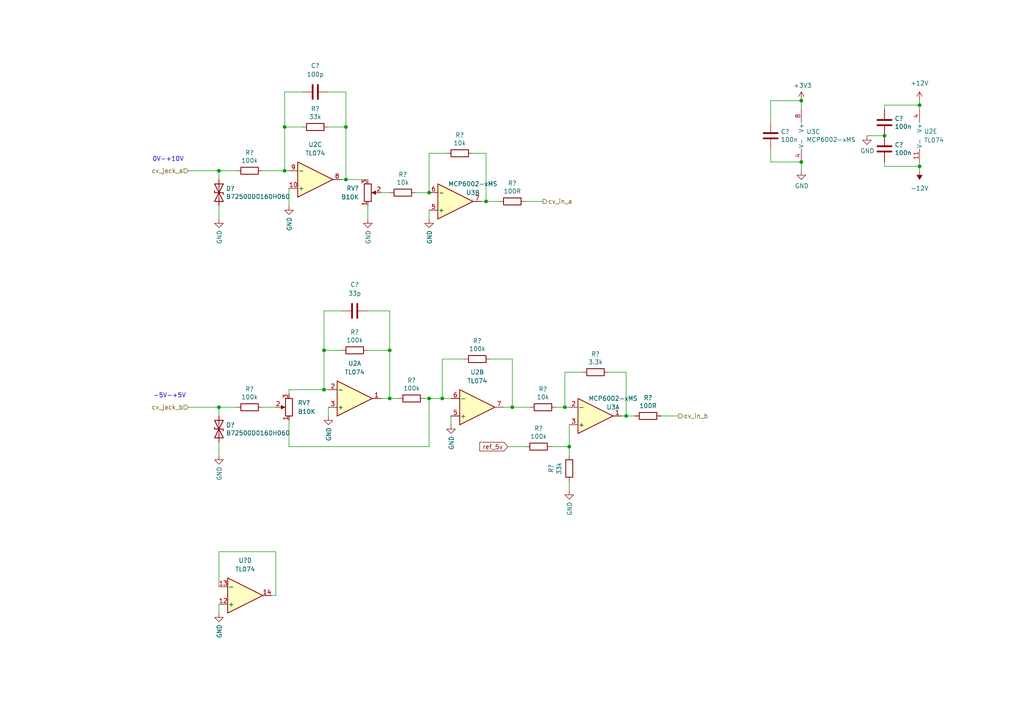
<source format=kicad_sch>
(kicad_sch (version 20211123) (generator eeschema)
  (paper "A4")
  (lib_symbols
    (symbol "Amplifier_Operational:MCP6002-xMS" (pin_names (offset 0.127))
      (property "Reference" "U" (at 0 5.08 0))
      (property "Value" "MCP6002-xMS" (at 0 -5.08 0))
      (symbol "MCP6002-xMS_1_1"
        (polyline (pts (xy -5.08 5.08) (xy 5.08 0) (xy -5.08 -5.08) (xy -5.08 5.08)) (stroke (width 0.254)) (fill (type background)))
        (pin output line (at 7.62 0 180) (length 2.54) (name "~") (number "1"))
        (pin input line (at -7.62 -2.54 0) (length 2.54) (name "-") (number "2"))
        (pin input line (at -7.62 2.54 0) (length 2.54) (name "+") (number "3"))
      )
      (symbol "MCP6002-xMS_2_1"
        (polyline (pts (xy -5.08 5.08) (xy 5.08 0) (xy -5.08 -5.08) (xy -5.08 5.08)) (stroke (width 0.254)) (fill (type background)))
        (pin input line (at -7.62 2.54 0) (length 2.54) (name "+") (number "5"))
        (pin input line (at -7.62 -2.54 0) (length 2.54) (name "-") (number "6"))
        (pin output line (at 7.62 0 180) (length 2.54) (name "~") (number "7"))
      )
      (symbol "MCP6002-xMS_3_1"
        (pin power_in line (at -2.54 -7.62 90) (length 3.81) (name "V-") (number "4"))
        (pin power_in line (at -2.54 7.62 270) (length 3.81) (name "V+") (number "8"))
      )
    )
    (symbol "Amplifier_Operational:TL074" (pin_names (offset 0.127))
      (property "Reference" "U" (at 0 5.08 0))
      (property "Value" "TL074" (at 0 -5.08 0))
      (symbol "TL074_1_1"
        (polyline (pts (xy -5.08 5.08) (xy 5.08 0) (xy -5.08 -5.08) (xy -5.08 5.08)) (stroke (width 0.254)) (fill (type background)))
        (pin output line (at 7.62 0 180) (length 2.54) (name "~") (number "1"))
        (pin input line (at -7.62 -2.54 0) (length 2.54) (name "-") (number "2"))
        (pin input line (at -7.62 2.54 0) (length 2.54) (name "+") (number "3"))
      )
      (symbol "TL074_2_1"
        (polyline (pts (xy -5.08 5.08) (xy 5.08 0) (xy -5.08 -5.08) (xy -5.08 5.08)) (stroke (width 0.254)) (fill (type background)))
        (pin input line (at -7.62 2.54 0) (length 2.54) (name "+") (number "5"))
        (pin input line (at -7.62 -2.54 0) (length 2.54) (name "-") (number "6"))
        (pin output line (at 7.62 0 180) (length 2.54) (name "~") (number "7"))
      )
      (symbol "TL074_3_1"
        (polyline (pts (xy -5.08 5.08) (xy 5.08 0) (xy -5.08 -5.08) (xy -5.08 5.08)) (stroke (width 0.254)) (fill (type background)))
        (pin input line (at -7.62 2.54 0) (length 2.54) (name "+") (number "10"))
        (pin output line (at 7.62 0 180) (length 2.54) (name "~") (number "8"))
        (pin input line (at -7.62 -2.54 0) (length 2.54) (name "-") (number "9"))
      )
      (symbol "TL074_4_1"
        (polyline (pts (xy -5.08 5.08) (xy 5.08 0) (xy -5.08 -5.08) (xy -5.08 5.08)) (stroke (width 0.254)) (fill (type background)))
        (pin input line (at -7.62 2.54 0) (length 2.54) (name "+") (number "12"))
        (pin input line (at -7.62 -2.54 0) (length 2.54) (name "-") (number "13"))
        (pin output line (at 7.62 0 180) (length 2.54) (name "~") (number "14"))
      )
      (symbol "TL074_5_1"
        (pin power_in line (at -2.54 -7.62 90) (length 3.81) (name "V-") (number "11"))
        (pin power_in line (at -2.54 7.62 270) (length 3.81) (name "V+") (number "4"))
      )
    )
    (symbol "Device:C" (pin_numbers hide) (pin_names (offset 0.254))
      (property "Reference" "C" (at 0.635 2.54 0))
      (property "Value" "C" (at 0.635 -2.54 0))
      (symbol "C_0_1"
        (polyline (pts (xy -2.032 -0.762) (xy 2.032 -0.762)) (stroke (width 0.508)))
        (polyline (pts (xy -2.032 0.762) (xy 2.032 0.762)) (stroke (width 0.508)))
      )
      (symbol "C_1_1"
        (pin passive line (at 0 3.81 270) (length 2.794) (name "~") (number "1"))
        (pin passive line (at 0 -3.81 90) (length 2.794) (name "~") (number "2"))
      )
    )
    (symbol "Device:D_TVS" (pin_numbers hide) (pin_names (offset 1.016) hide)
      (property "Reference" "D" (at 0 2.54 0))
      (property "Value" "D_TVS" (at 0 -2.54 0))
      (symbol "D_TVS_0_1"
        (polyline (pts (xy 1.27 0) (xy -1.27 0)))
        (polyline (pts (xy 0.508 1.27) (xy 0 1.27) (xy 0 -1.27) (xy -0.508 -1.27)) (stroke (width 0.254)))
        (polyline (pts (xy -2.54 1.27) (xy -2.54 -1.27) (xy 2.54 1.27) (xy 2.54 -1.27) (xy -2.54 1.27)) (stroke (width 0.254)))
      )
      (symbol "D_TVS_1_1"
        (pin passive line (at -3.81 0 0) (length 2.54) (name "A1") (number "1"))
        (pin passive line (at 3.81 0 180) (length 2.54) (name "A2") (number "2"))
      )
    )
    (symbol "Device:R" (pin_numbers hide) (pin_names (offset 0))
      (property "Reference" "R" (at 2.032 0 90))
      (property "Value" "R" (at 0 0 90))
      (symbol "R_0_1"
        (rectangle (start -1.016 -2.54) (end 1.016 2.54) (stroke (width 0.254)))
      )
      (symbol "R_1_1"
        (pin passive line (at 0 3.81 270) (length 1.27) (name "~") (number "1"))
        (pin passive line (at 0 -3.81 90) (length 1.27) (name "~") (number "2"))
      )
    )
    (symbol "Device:R_Potentiometer" (pin_names (offset 1.016) hide)
      (property "Reference" "RV" (at -4.445 0 90))
      (property "Value" "R_Potentiometer" (at -2.54 0 90))
      (symbol "R_Potentiometer_0_1"
        (polyline (pts (xy 2.54 0) (xy 1.524 0)))
        (polyline (pts (xy 1.143 0) (xy 2.286 0.508) (xy 2.286 -0.508) (xy 1.143 0)) (fill (type outline)))
        (rectangle (start 1.016 2.54) (end -1.016 -2.54) (stroke (width 0.254)))
      )
      (symbol "R_Potentiometer_1_1"
        (pin passive line (at 0 3.81 270) (length 1.27) (name "1") (number "1"))
        (pin passive line (at 3.81 0 180) (length 1.27) (name "2") (number "2"))
        (pin passive line (at 0 -3.81 90) (length 1.27) (name "3") (number "3"))
      )
    )
    (symbol "power:+12V" (power) (pin_names (offset 0))
      (property "Value" "+12V" (at 0 3.556 0))
      (symbol "+12V_0_1"
        (polyline (pts (xy -0.762 1.27) (xy 0 2.54)))
        (polyline (pts (xy 0 0) (xy 0 2.54)))
        (polyline (pts (xy 0 2.54) (xy 0.762 1.27)))
      )
      (symbol "+12V_1_1"
        (pin power_in line (at 0 0 90) (length 0) hide (name "+12V") (number "1"))
      )
    )
    (symbol "power:+3V3" (power) (pin_names (offset 0))
      (property "Value" "+3V3" (at 0 3.556 0))
      (symbol "+3V3_0_1"
        (polyline (pts (xy -0.762 1.27) (xy 0 2.54)))
        (polyline (pts (xy 0 0) (xy 0 2.54)))
        (polyline (pts (xy 0 2.54) (xy 0.762 1.27)))
      )
      (symbol "+3V3_1_1"
        (pin power_in line (at 0 0 90) (length 0) hide (name "+3V3") (number "1"))
      )
    )
    (symbol "power:-12V" (power) (pin_names (offset 0))
      (property "Value" "-12V" (at 0 3.81 0))
      (symbol "-12V_0_0"
        (pin power_in line (at 0 0 90) (length 0) hide (name "-12V") (number "1"))
      )
      (symbol "-12V_0_1"
        (polyline (pts (xy 0 0) (xy 0 1.27) (xy 0.762 1.27) (xy 0 2.54) (xy -0.762 1.27) (xy 0 1.27)) (fill (type outline)))
      )
    )
    (symbol "power:GND" (power) (pin_names (offset 0))
      (property "Value" "GND" (at 0 -3.81 0))
      (symbol "GND_0_1"
        (polyline (pts (xy 0 0) (xy 0 -1.27) (xy 1.27 -1.27) (xy 0 -2.54) (xy -1.27 -1.27) (xy 0 -1.27)))
      )
      (symbol "GND_1_1"
        (pin power_in line (at 0 0 270) (length 0) hide (name "GND") (number "1"))
      )
    )
  )
  (junction (at 232.41 46.99))
  (junction (at 165.1 129.54))
  (junction (at 100.33 36.83))
  (junction (at 266.7 30.48))
  (junction (at 93.98 113.03))
  (junction (at 82.55 49.53))
  (junction (at 63.5 49.53))
  (junction (at 128.27 115.57))
  (junction (at 113.03 101.6))
  (junction (at 82.55 36.83))
  (junction (at 124.46 55.88))
  (junction (at 140.97 58.42))
  (junction (at 163.83 118.11))
  (junction (at 181.61 120.65))
  (junction (at 256.54 39.37))
  (junction (at 63.5 118.11))
  (junction (at 232.41 29.21))
  (junction (at 124.46 115.57))
  (junction (at 100.33 52.07))
  (junction (at 93.98 101.6))
  (junction (at 113.03 115.57))
  (junction (at 266.7 48.26))
  (junction (at 148.59 118.11))
  (wire (pts (xy 99.06 52.07) (xy 100.33 52.07)))
  (wire (pts (xy 251.46 39.37) (xy 256.54 39.37)))
  (wire (pts (xy 83.82 113.03) (xy 93.98 113.03)))
  (wire (pts (xy 87.63 26.67) (xy 82.55 26.67)))
  (wire (pts (xy 95.25 118.11) (xy 95.25 120.65)))
  (wire (pts (xy 168.91 107.95) (xy 163.83 107.95)))
  (wire (pts (xy 165.1 139.7) (xy 165.1 142.24)))
  (wire (pts (xy 134.62 104.14) (xy 128.27 104.14)))
  (wire (pts (xy 76.2 118.11) (xy 80.01 118.11)))
  (wire (pts (xy 128.27 115.57) (xy 130.81 115.57)))
  (wire (pts (xy 100.33 36.83) (xy 100.33 52.07)))
  (wire (pts (xy 146.05 118.11) (xy 148.59 118.11)))
  (wire (pts (xy 148.59 104.14) (xy 148.59 118.11)))
  (wire (pts (xy 266.7 46.99) (xy 266.7 48.26)))
  (wire (pts (xy 223.52 35.56) (xy 223.52 29.21)))
  (wire (pts (xy 120.65 55.88) (xy 124.46 55.88)))
  (wire (pts (xy 152.4 58.42) (xy 157.48 58.42)))
  (wire (pts (xy 124.46 115.57) (xy 124.46 129.54)))
  (wire (pts (xy 165.1 129.54) (xy 165.1 132.08)))
  (wire (pts (xy 124.46 44.45) (xy 124.46 55.88)))
  (wire (pts (xy 80.01 160.02) (xy 80.01 172.72)))
  (wire (pts (xy 87.63 36.83) (xy 82.55 36.83)))
  (wire (pts (xy 163.83 107.95) (xy 163.83 118.11)))
  (wire (pts (xy 83.82 129.54) (xy 124.46 129.54)))
  (wire (pts (xy 232.41 46.99) (xy 232.41 49.53)))
  (wire (pts (xy 83.82 114.3) (xy 83.82 113.03)))
  (wire (pts (xy 54.61 49.53) (xy 63.5 49.53)))
  (wire (pts (xy 82.55 36.83) (xy 82.55 49.53)))
  (wire (pts (xy 266.7 48.26) (xy 266.7 49.53)))
  (wire (pts (xy 78.74 172.72) (xy 80.01 172.72)))
  (wire (pts (xy 180.34 120.65) (xy 181.61 120.65)))
  (wire (pts (xy 130.81 120.65) (xy 130.81 123.19)))
  (wire (pts (xy 82.55 26.67) (xy 82.55 36.83)))
  (wire (pts (xy 63.5 118.11) (xy 68.58 118.11)))
  (wire (pts (xy 63.5 175.26) (xy 63.5 177.8)))
  (wire (pts (xy 124.46 60.96) (xy 124.46 63.5)))
  (wire (pts (xy 82.55 49.53) (xy 83.82 49.53)))
  (wire (pts (xy 256.54 48.26) (xy 266.7 48.26)))
  (wire (pts (xy 223.52 46.99) (xy 232.41 46.99)))
  (wire (pts (xy 110.49 55.88) (xy 113.03 55.88)))
  (wire (pts (xy 256.54 31.75) (xy 256.54 30.48)))
  (wire (pts (xy 63.5 63.5) (xy 63.5 59.69)))
  (wire (pts (xy 63.5 132.08) (xy 63.5 128.27)))
  (wire (pts (xy 76.2 49.53) (xy 82.55 49.53)))
  (wire (pts (xy 256.54 30.48) (xy 266.7 30.48)))
  (wire (pts (xy 139.7 58.42) (xy 140.97 58.42)))
  (wire (pts (xy 142.24 104.14) (xy 148.59 104.14)))
  (wire (pts (xy 147.32 129.54) (xy 152.4 129.54)))
  (wire (pts (xy 163.83 118.11) (xy 165.1 118.11)))
  (wire (pts (xy 223.52 43.18) (xy 223.52 46.99)))
  (wire (pts (xy 160.02 129.54) (xy 165.1 129.54)))
  (wire (pts (xy 93.98 101.6) (xy 93.98 113.03)))
  (wire (pts (xy 140.97 44.45) (xy 140.97 58.42)))
  (wire (pts (xy 95.25 36.83) (xy 100.33 36.83)))
  (wire (pts (xy 137.16 44.45) (xy 140.97 44.45)))
  (wire (pts (xy 93.98 113.03) (xy 95.25 113.03)))
  (wire (pts (xy 176.53 107.95) (xy 181.61 107.95)))
  (wire (pts (xy 113.03 115.57) (xy 115.57 115.57)))
  (wire (pts (xy 256.54 46.99) (xy 256.54 48.26)))
  (wire (pts (xy 106.68 90.17) (xy 113.03 90.17)))
  (wire (pts (xy 129.54 44.45) (xy 124.46 44.45)))
  (wire (pts (xy 106.68 59.69) (xy 106.68 63.5)))
  (wire (pts (xy 140.97 58.42) (xy 144.78 58.42)))
  (wire (pts (xy 106.68 101.6) (xy 113.03 101.6)))
  (wire (pts (xy 148.59 118.11) (xy 153.67 118.11)))
  (wire (pts (xy 100.33 26.67) (xy 100.33 36.83)))
  (wire (pts (xy 191.77 120.65) (xy 196.85 120.65)))
  (wire (pts (xy 266.7 29.21) (xy 266.7 30.48)))
  (wire (pts (xy 93.98 101.6) (xy 93.98 90.17)))
  (wire (pts (xy 54.61 118.11) (xy 63.5 118.11)))
  (wire (pts (xy 83.82 121.92) (xy 83.82 129.54)))
  (wire (pts (xy 165.1 123.19) (xy 165.1 129.54)))
  (wire (pts (xy 110.49 115.57) (xy 113.03 115.57)))
  (wire (pts (xy 83.82 54.61) (xy 83.82 59.69)))
  (wire (pts (xy 100.33 52.07) (xy 106.68 52.07)))
  (wire (pts (xy 266.7 30.48) (xy 266.7 31.75)))
  (wire (pts (xy 63.5 160.02) (xy 80.01 160.02)))
  (wire (pts (xy 124.46 115.57) (xy 128.27 115.57)))
  (wire (pts (xy 63.5 49.53) (xy 68.58 49.53)))
  (wire (pts (xy 181.61 120.65) (xy 184.15 120.65)))
  (wire (pts (xy 63.5 170.18) (xy 63.5 160.02)))
  (wire (pts (xy 113.03 101.6) (xy 113.03 115.57)))
  (wire (pts (xy 63.5 118.11) (xy 63.5 120.65)))
  (wire (pts (xy 99.06 101.6) (xy 93.98 101.6)))
  (wire (pts (xy 181.61 107.95) (xy 181.61 120.65)))
  (wire (pts (xy 161.29 118.11) (xy 163.83 118.11)))
  (wire (pts (xy 93.98 90.17) (xy 99.06 90.17)))
  (wire (pts (xy 223.52 29.21) (xy 232.41 29.21)))
  (wire (pts (xy 95.25 26.67) (xy 100.33 26.67)))
  (wire (pts (xy 63.5 49.53) (xy 63.5 52.07)))
  (wire (pts (xy 128.27 104.14) (xy 128.27 115.57)))
  (wire (pts (xy 232.41 29.21) (xy 232.41 31.75)))
  (wire (pts (xy 123.19 115.57) (xy 124.46 115.57)))
  (wire (pts (xy 113.03 90.17) (xy 113.03 101.6)))
  (text "0V-+10V" (at 53.34 46.99 180) (effects (font (size 1.27 1.27)) (justify right bottom)))
  (text "-5V-+5V" (at 44.45 115.57 0) (effects (font (size 1.27 1.27)) (justify left bottom)))
  (global_label "ref_5v" (shape input) (at 147.32 129.54 180) (property "Intersheet References" "${INTERSHEET_REFS}" (effects hide)))
  (hierarchical_label "cv_jack_b" (shape input) (at 54.61 118.11 180))
  (hierarchical_label "cv_in_a" (shape output) (at 157.48 58.42 0))
  (hierarchical_label "cv_in_b" (shape output) (at 196.85 120.65 0))
  (hierarchical_label "cv_jack_a" (shape input) (at 54.61 49.53 180))
  (symbol (lib_id "Amplifier_Operational:MCP6002-xMS") (at 172.72 120.65 0) (mirror x) (unit 1)
    (property "Reference" "U3" (at 177.8 118.11 0))
    (property "Value" "MCP6002-xMS" (at 177.8 115.57 0))
    (property "Footprint" "Package_SO:SOIC-8_3.9x4.9mm_P1.27mm" (effects hide))
    (property "Datasheet" "http://ww1.microchip.com/downloads/en/DeviceDoc/21733j.pdf" (effects hide))
    (property "LCSC Part #" "C7377" (effects hide))
    (property "LCSC" "C7377" (effects hide))
  )
  (symbol (lib_id "Amplifier_Operational:MCP6002-xMS") (at 234.95 39.37 0) (unit 3)
    (property "Reference" "U3" (at 233.8832 38.2016 0) (effects (justify left)))
    (property "Value" "MCP6002-xMS" (at 233.8832 40.513 0) (effects (justify left)))
    (property "Footprint" "Package_SO:SOIC-8_3.9x4.9mm_P1.27mm" (effects hide))
    (property "Datasheet" "http://ww1.microchip.com/downloads/en/DeviceDoc/21733j.pdf" (effects hide))
    (property "LCSC Part #" "C7377" (effects hide))
    (property "LCSC" "C7377" (effects hide))
  )
  (symbol (lib_id "power:GND") (at 232.41 49.53 0) (unit 1)
    (property "Reference" "#PWR?" (effects hide))
    (property "Value" "GND" (at 232.537 53.9242 0))
  )
  (symbol (lib_id "Device:C") (at 223.52 39.37 0) (unit 1)
    (property "Reference" "C?" (at 226.441 38.2016 0) (effects (justify left)))
    (property "Value" "100n" (at 226.441 40.513 0) (effects (justify left)))
    (property "Footprint" "Capacitor_SMD:C_0603_1608Metric" (effects hide))
    (property "LCSC Part #" "C14663" (effects hide))
    (property "LCSC" "C14663" (effects hide))
  )
  (symbol (lib_id "power:+3V3") (at 232.41 29.21 0) (unit 1)
    (property "Reference" "#PWR?" (effects hide))
    (property "Value" "+3V3" (at 232.791 24.8158 0))
  )
  (symbol (lib_id "Device:D_TVS") (at 63.5 124.46 270) (unit 1)
    (property "Reference" "D?" (at 65.532 123.2916 90) (effects (justify left)))
    (property "Value" "B72500D0160H060" (at 65.532 125.603 90) (effects (justify left)))
    (property "Footprint" "Diode_SMD:D_0603_1608Metric" (effects hide))
    (property "Datasheet" "https://product.tdk.com/info/en/documents/data_sheet/75/ds/High_speed_series.pdf" (effects hide))
    (property "LCSC Part #" "C210791" (effects hide))
    (property "LCSC" "C210791" (effects hide))
  )
  (symbol (lib_id "power:GND") (at 63.5 132.08 0) (unit 1)
    (property "Reference" "#PWR?" (effects hide))
    (property "Value" "GND" (at 63.627 135.3312 90) (effects (justify right)))
  )
  (symbol (lib_id "Device:R") (at 187.96 120.65 270) (unit 1)
    (property "Reference" "R?" (at 187.96 115.3922 90))
    (property "Value" "100R" (at 187.96 117.7036 90))
    (property "Footprint" "Resistor_SMD:R_0603_1608Metric" (effects hide))
    (property "LCSC Part #" "C22775" (effects hide))
    (property "LCSC" "C22775" (effects hide))
  )
  (symbol (lib_id "Device:D_TVS") (at 63.5 55.88 270) (unit 1)
    (property "Reference" "D?" (at 65.532 54.7116 90) (effects (justify left)))
    (property "Value" "B72500D0160H060" (at 65.532 57.023 90) (effects (justify left)))
    (property "Footprint" "Diode_SMD:D_0603_1608Metric" (effects hide))
    (property "Datasheet" "https://product.tdk.com/info/en/documents/data_sheet/75/ds/High_speed_series.pdf" (effects hide))
    (property "LCSC Part #" "C210791" (effects hide))
    (property "LCSC" "C210791" (effects hide))
  )
  (symbol (lib_id "power:GND") (at 63.5 63.5 0) (unit 1)
    (property "Reference" "#PWR?" (effects hide))
    (property "Value" "GND" (at 63.627 66.7512 90) (effects (justify right)))
  )
  (symbol (lib_id "Device:R") (at 156.21 129.54 270) (unit 1)
    (property "Reference" "R?" (at 156.21 124.2822 90))
    (property "Value" "100k" (at 156.21 126.5936 90))
    (property "Footprint" "Resistor_SMD:R_0603_1608Metric" (effects hide))
  )
  (symbol (lib_id "power:GND") (at 95.25 120.65 0) (unit 1)
    (property "Reference" "#PWR?" (effects hide))
    (property "Value" "GND" (at 95.377 123.9012 90) (effects (justify right)))
  )
  (symbol (lib_id "Device:R") (at 119.38 115.57 270) (unit 1)
    (property "Reference" "R?" (at 119.38 110.3122 90))
    (property "Value" "100k" (at 119.38 112.6236 90))
    (property "Footprint" "Resistor_SMD:R_0603_1608Metric" (effects hide))
  )
  (symbol (lib_id "Device:R") (at 102.87 101.6 270) (unit 1)
    (property "Reference" "R?" (at 102.87 96.3422 90))
    (property "Value" "100k" (at 102.87 98.6536 90))
    (property "Footprint" "Resistor_SMD:R_0603_1608Metric" (effects hide))
  )
  (symbol (lib_id "Amplifier_Operational:TL074") (at 138.43 118.11 0) (mirror x) (unit 2)
    (property "Reference" "U2" (at 138.43 107.95 0))
    (property "Value" "TL074" (at 138.43 110.49 0))
    (property "Datasheet" "http://www.ti.com/lit/ds/symlink/tl071.pdf" (effects hide))
  )
  (symbol (lib_id "Device:C") (at 102.87 90.17 90) (unit 1)
    (property "Reference" "C?" (at 102.87 82.55 90))
    (property "Value" "33p" (at 102.87 85.09 90))
  )
  (symbol (lib_id "Device:R") (at 72.39 118.11 270) (unit 1)
    (property "Reference" "R?" (at 72.39 112.8522 90))
    (property "Value" "100k" (at 72.39 115.1636 90))
    (property "Footprint" "Resistor_SMD:R_0603_1608Metric" (effects hide))
  )
  (symbol (lib_id "power:GND") (at 251.46 39.37 0) (unit 1)
    (property "Reference" "#PWR?" (effects hide))
    (property "Value" "GND" (at 251.587 43.7642 0))
  )
  (symbol (lib_id "power:+12V") (at 266.7 29.21 0) (unit 1)
    (property "Reference" "#PWR?" (effects hide))
    (property "Value" "+12V" (at 266.7 24.13 0))
  )
  (symbol (lib_id "Device:R") (at 138.43 104.14 270) (unit 1)
    (property "Reference" "R?" (at 138.43 98.8822 90))
    (property "Value" "100k" (at 138.43 101.1936 90))
    (property "Footprint" "Resistor_SMD:R_0603_1608Metric" (effects hide))
  )
  (symbol (lib_id "power:GND") (at 83.82 59.69 0) (unit 1)
    (property "Reference" "#PWR?" (effects hide))
    (property "Value" "GND" (at 83.947 62.9412 90) (effects (justify right)))
  )
  (symbol (lib_id "Amplifier_Operational:TL074") (at 269.24 39.37 0) (unit 5)
    (property "Reference" "U2" (at 267.97 38.0999 0) (effects (justify left)))
    (property "Value" "TL074" (at 267.97 40.6399 0) (effects (justify left)))
    (property "Datasheet" "http://www.ti.com/lit/ds/symlink/tl071.pdf" (effects hide))
  )
  (symbol (lib_id "Device:R") (at 116.84 55.88 270) (unit 1)
    (property "Reference" "R?" (at 116.84 50.6222 90))
    (property "Value" "10k" (at 116.84 52.9336 90))
    (property "Footprint" "Resistor_SMD:R_0603_1608Metric" (effects hide))
  )
  (symbol (lib_id "Device:R") (at 172.72 107.95 270) (unit 1)
    (property "Reference" "R?" (at 172.72 102.6922 90))
    (property "Value" "3.3k" (at 172.72 105.0036 90))
    (property "Footprint" "Resistor_SMD:R_0603_1608Metric" (effects hide))
  )
  (symbol (lib_id "Device:R") (at 133.35 44.45 270) (unit 1)
    (property "Reference" "R?" (at 133.35 39.1922 90))
    (property "Value" "10k" (at 133.35 41.5036 90))
    (property "Footprint" "Resistor_SMD:R_0603_1608Metric" (effects hide))
  )
  (symbol (lib_id "power:GND") (at 130.81 123.19 0) (unit 1)
    (property "Reference" "#PWR?" (effects hide))
    (property "Value" "GND" (at 130.937 126.4412 90) (effects (justify right)))
  )
  (symbol (lib_id "Device:R_Potentiometer") (at 83.82 118.11 180) (unit 1)
    (property "Reference" "RV?" (at 86.36 116.8399 0) (effects (justify right)))
    (property "Value" "B10K" (at 86.36 119.3799 0) (effects (justify right)))
  )
  (symbol (lib_id "Device:R") (at 91.44 36.83 270) (unit 1)
    (property "Reference" "R?" (at 91.44 31.5722 90))
    (property "Value" "33k" (at 91.44 33.8836 90))
    (property "Footprint" "Resistor_SMD:R_0603_1608Metric" (effects hide))
  )
  (symbol (lib_id "Amplifier_Operational:TL074") (at 91.44 52.07 0) (mirror x) (unit 3)
    (property "Reference" "U2" (at 91.44 41.91 0))
    (property "Value" "TL074" (at 91.44 44.45 0))
    (property "Datasheet" "http://www.ti.com/lit/ds/symlink/tl071.pdf" (effects hide))
  )
  (symbol (lib_id "Device:R") (at 157.48 118.11 270) (unit 1)
    (property "Reference" "R?" (at 157.48 112.8522 90))
    (property "Value" "10k" (at 157.48 115.1636 90))
    (property "Footprint" "Resistor_SMD:R_0603_1608Metric" (effects hide))
  )
  (symbol (lib_id "power:-12V") (at 266.7 49.53 180) (unit 1)
    (property "Reference" "#PWR?" (effects hide))
    (property "Value" "-12V" (at 266.7 54.61 0))
  )
  (symbol (lib_id "power:GND") (at 124.46 63.5 0) (unit 1)
    (property "Reference" "#PWR?" (effects hide))
    (property "Value" "GND" (at 124.587 66.7512 90) (effects (justify right)))
  )
  (symbol (lib_id "Device:R") (at 165.1 135.89 0) (unit 1)
    (property "Reference" "R?" (at 159.8422 135.89 90))
    (property "Value" "33k" (at 162.1536 135.89 90))
    (property "Footprint" "Resistor_SMD:R_0603_1608Metric" (effects hide))
  )
  (symbol (lib_id "Amplifier_Operational:TL074") (at 71.12 172.72 0) (mirror x) (unit 4)
    (property "Reference" "U?" (at 71.12 162.56 0))
    (property "Value" "TL074" (at 71.12 165.1 0))
    (property "Datasheet" "http://www.ti.com/lit/ds/symlink/tl071.pdf" (effects hide))
  )
  (symbol (lib_id "power:GND") (at 63.5 177.8 0) (unit 1)
    (property "Reference" "#PWR?" (effects hide))
    (property "Value" "GND" (at 63.627 181.0512 90) (effects (justify right)))
  )
  (symbol (lib_id "power:GND") (at 106.68 63.5 0) (unit 1)
    (property "Reference" "#PWR?" (effects hide))
    (property "Value" "GND" (at 106.807 66.7512 90) (effects (justify right)))
  )
  (symbol (lib_id "Device:C") (at 256.54 35.56 0) (unit 1)
    (property "Reference" "C?" (at 259.461 34.3916 0) (effects (justify left)))
    (property "Value" "100n" (at 259.461 36.703 0) (effects (justify left)))
    (property "Footprint" "Capacitor_SMD:C_0603_1608Metric" (effects hide))
    (property "LCSC Part #" "C14663" (effects hide))
    (property "LCSC" "C14663" (effects hide))
  )
  (symbol (lib_id "Device:R_Potentiometer") (at 106.68 55.88 0) (mirror x) (unit 1)
    (property "Reference" "RV?" (at 104.14 54.6099 0) (effects (justify right)))
    (property "Value" "B10K" (at 104.14 57.1499 0) (effects (justify right)))
  )
  (symbol (lib_id "power:GND") (at 165.1 142.24 0) (unit 1)
    (property "Reference" "#PWR?" (effects hide))
    (property "Value" "GND" (at 165.227 145.4912 90) (effects (justify right)))
  )
  (symbol (lib_id "Device:R") (at 72.39 49.53 270) (unit 1)
    (property "Reference" "R?" (at 72.39 44.2722 90))
    (property "Value" "100k" (at 72.39 46.5836 90))
    (property "Footprint" "Resistor_SMD:R_0603_1608Metric" (effects hide))
  )
  (symbol (lib_id "Amplifier_Operational:MCP6002-xMS") (at 132.08 58.42 0) (mirror x) (unit 2)
    (property "Reference" "U3" (at 137.16 55.88 0))
    (property "Value" "MCP6002-xMS" (at 137.16 53.34 0))
    (property "Footprint" "Package_SO:SOIC-8_3.9x4.9mm_P1.27mm" (effects hide))
    (property "Datasheet" "http://ww1.microchip.com/downloads/en/DeviceDoc/21733j.pdf" (effects hide))
    (property "LCSC Part #" "C7377" (effects hide))
    (property "LCSC" "C7377" (effects hide))
  )
  (symbol (lib_id "Amplifier_Operational:TL074") (at 102.87 115.57 0) (mirror x) (unit 1)
    (property "Reference" "U2" (at 102.87 105.41 0))
    (property "Value" "TL074" (at 102.87 107.95 0))
    (property "Datasheet" "http://www.ti.com/lit/ds/symlink/tl071.pdf" (effects hide))
  )
  (symbol (lib_id "Device:C") (at 91.44 26.67 90) (unit 1)
    (property "Reference" "C?" (at 91.44 19.05 90))
    (property "Value" "100p" (at 91.44 21.59 90))
  )
  (symbol (lib_id "Device:C") (at 256.54 43.18 0) (unit 1)
    (property "Reference" "C?" (at 259.461 42.0116 0) (effects (justify left)))
    (property "Value" "100n" (at 259.461 44.323 0) (effects (justify left)))
    (property "Footprint" "Capacitor_SMD:C_0603_1608Metric" (effects hide))
    (property "LCSC Part #" "C14663" (effects hide))
    (property "LCSC" "C14663" (effects hide))
  )
  (symbol (lib_id "Device:R") (at 148.59 58.42 270) (unit 1)
    (property "Reference" "R?" (at 148.59 53.1622 90))
    (property "Value" "100R" (at 148.59 55.4736 90))
    (property "Footprint" "Resistor_SMD:R_0603_1608Metric" (effects hide))
    (property "LCSC Part #" "C22775" (effects hide))
    (property "LCSC" "C22775" (effects hide))
  )
)
</source>
